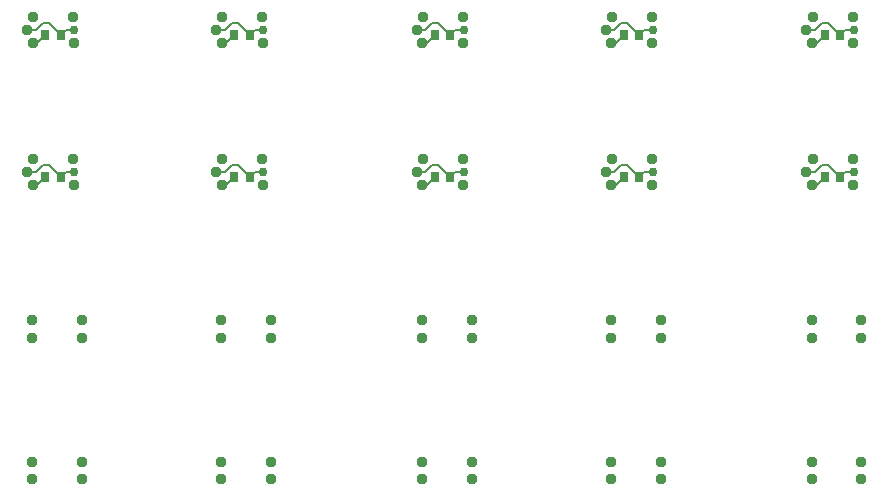
<source format=gbl>
G75*
%MOIN*%
%OFA0B0*%
%FSLAX25Y25*%
%IPPOS*%
%LPD*%
%AMOC8*
5,1,8,0,0,1.08239X$1,22.5*
%
%ADD10C,0.03772*%
%ADD11R,0.02756X0.03543*%
%ADD12C,0.00600*%
%ADD13C,0.02978*%
D10*
X0043623Y0044056D03*
X0043623Y0049977D03*
X0060221Y0049977D03*
X0060221Y0044056D03*
X0106615Y0044056D03*
X0106615Y0049977D03*
X0123213Y0049977D03*
X0123213Y0044056D03*
X0173544Y0044056D03*
X0173544Y0049977D03*
X0190143Y0049977D03*
X0190143Y0044056D03*
X0236536Y0044056D03*
X0236536Y0049977D03*
X0253135Y0049977D03*
X0253135Y0044056D03*
X0303465Y0044056D03*
X0303465Y0049977D03*
X0320064Y0049977D03*
X0320064Y0044056D03*
X0320064Y0091300D03*
X0320064Y0097221D03*
X0303465Y0097221D03*
X0303465Y0091300D03*
X0253135Y0091300D03*
X0253135Y0097221D03*
X0236536Y0097221D03*
X0236536Y0091300D03*
X0190143Y0091300D03*
X0190143Y0097221D03*
X0173544Y0097221D03*
X0173544Y0091300D03*
X0123213Y0091300D03*
X0123213Y0097221D03*
X0106615Y0097221D03*
X0106615Y0091300D03*
X0060221Y0091300D03*
X0060221Y0097221D03*
X0043623Y0097221D03*
X0043623Y0091300D03*
X0043820Y0142186D03*
X0041851Y0146576D03*
X0043938Y0151024D03*
X0057402Y0151024D03*
X0057442Y0142206D03*
X0104843Y0146576D03*
X0106812Y0142186D03*
X0106930Y0151024D03*
X0120394Y0151024D03*
X0120434Y0142206D03*
X0171772Y0146576D03*
X0173741Y0142186D03*
X0173859Y0151024D03*
X0187324Y0151024D03*
X0187363Y0142206D03*
X0234765Y0146576D03*
X0236733Y0142186D03*
X0236851Y0151024D03*
X0250316Y0151024D03*
X0250355Y0142206D03*
X0301694Y0146576D03*
X0303662Y0142186D03*
X0317284Y0142206D03*
X0317245Y0151024D03*
X0303780Y0151024D03*
X0303662Y0189430D03*
X0301694Y0193820D03*
X0303780Y0198269D03*
X0317245Y0198269D03*
X0317284Y0189450D03*
X0250355Y0189450D03*
X0250316Y0198269D03*
X0236851Y0198269D03*
X0234765Y0193820D03*
X0236733Y0189430D03*
X0187363Y0189450D03*
X0187324Y0198269D03*
X0173859Y0198269D03*
X0171772Y0193820D03*
X0173741Y0189430D03*
X0120434Y0189450D03*
X0120394Y0198269D03*
X0106930Y0198269D03*
X0104843Y0193820D03*
X0106812Y0189430D03*
X0057442Y0189450D03*
X0057402Y0198269D03*
X0043938Y0198269D03*
X0041851Y0193820D03*
X0043820Y0189430D03*
D11*
X0047982Y0192155D03*
X0053100Y0192155D03*
X0110974Y0192155D03*
X0116092Y0192155D03*
X0177903Y0192155D03*
X0183021Y0192155D03*
X0240895Y0192155D03*
X0246013Y0192155D03*
X0307824Y0192155D03*
X0312942Y0192155D03*
X0312942Y0144911D03*
X0307824Y0144911D03*
X0246013Y0144911D03*
X0240895Y0144911D03*
X0183021Y0144911D03*
X0177903Y0144911D03*
X0116092Y0144911D03*
X0110974Y0144911D03*
X0053100Y0144911D03*
X0047982Y0144911D03*
D12*
X0045257Y0142186D01*
X0043820Y0142186D01*
X0043623Y0146576D02*
X0041851Y0146576D01*
X0044780Y0146576D01*
X0047125Y0148920D01*
X0049090Y0148920D01*
X0053100Y0144911D01*
X0054765Y0146576D01*
X0057599Y0146576D01*
X0104843Y0146576D02*
X0107773Y0146576D01*
X0110117Y0148920D01*
X0112082Y0148920D01*
X0116092Y0144911D01*
X0117757Y0146576D01*
X0120591Y0146576D01*
X0110974Y0144911D02*
X0108249Y0142186D01*
X0106812Y0142186D01*
X0106615Y0146576D02*
X0104843Y0146576D01*
X0106812Y0189430D02*
X0108249Y0189430D01*
X0110974Y0192155D01*
X0107773Y0193820D02*
X0110117Y0196164D01*
X0112082Y0196164D01*
X0116092Y0192155D01*
X0117757Y0193820D01*
X0120591Y0193820D01*
X0107773Y0193820D02*
X0104843Y0193820D01*
X0106615Y0193820D01*
X0057599Y0193820D02*
X0054765Y0193820D01*
X0053100Y0192155D01*
X0049090Y0196164D01*
X0047125Y0196164D01*
X0044780Y0193820D01*
X0041851Y0193820D01*
X0043623Y0193820D01*
X0047982Y0192155D02*
X0045257Y0189430D01*
X0043820Y0189430D01*
X0171772Y0193820D02*
X0174702Y0193820D01*
X0177046Y0196164D01*
X0179011Y0196164D01*
X0183021Y0192155D01*
X0184686Y0193820D01*
X0187520Y0193820D01*
X0177903Y0192155D02*
X0175178Y0189430D01*
X0173741Y0189430D01*
X0173544Y0193820D02*
X0171772Y0193820D01*
X0234765Y0193820D02*
X0237694Y0193820D01*
X0240039Y0196164D01*
X0242004Y0196164D01*
X0246013Y0192155D01*
X0247678Y0193820D01*
X0250513Y0193820D01*
X0240895Y0192155D02*
X0238170Y0189430D01*
X0236733Y0189430D01*
X0236536Y0193820D02*
X0234765Y0193820D01*
X0240039Y0148920D02*
X0242004Y0148920D01*
X0246013Y0144911D01*
X0247678Y0146576D01*
X0250513Y0146576D01*
X0240895Y0144911D02*
X0238170Y0142186D01*
X0236733Y0142186D01*
X0236536Y0146576D02*
X0234765Y0146576D01*
X0237694Y0146576D01*
X0240039Y0148920D01*
X0187520Y0146576D02*
X0184686Y0146576D01*
X0183021Y0144911D01*
X0179011Y0148920D01*
X0177046Y0148920D01*
X0174702Y0146576D01*
X0171772Y0146576D01*
X0173544Y0146576D01*
X0177903Y0144911D02*
X0175178Y0142186D01*
X0173741Y0142186D01*
X0301694Y0146576D02*
X0304623Y0146576D01*
X0306968Y0148920D01*
X0308933Y0148920D01*
X0312942Y0144911D01*
X0314607Y0146576D01*
X0317442Y0146576D01*
X0307824Y0144911D02*
X0305099Y0142186D01*
X0303662Y0142186D01*
X0303465Y0146576D02*
X0301694Y0146576D01*
X0303662Y0189430D02*
X0305099Y0189430D01*
X0307824Y0192155D01*
X0304623Y0193820D02*
X0306968Y0196164D01*
X0308933Y0196164D01*
X0312942Y0192155D01*
X0314607Y0193820D01*
X0317442Y0193820D01*
X0304623Y0193820D02*
X0301694Y0193820D01*
X0303465Y0193820D01*
D13*
X0317442Y0193820D03*
X0250513Y0193820D03*
X0187520Y0193820D03*
X0120591Y0193820D03*
X0057599Y0193820D03*
X0057599Y0146576D03*
X0120591Y0146576D03*
X0187520Y0146576D03*
X0250513Y0146576D03*
X0317442Y0146576D03*
M02*

</source>
